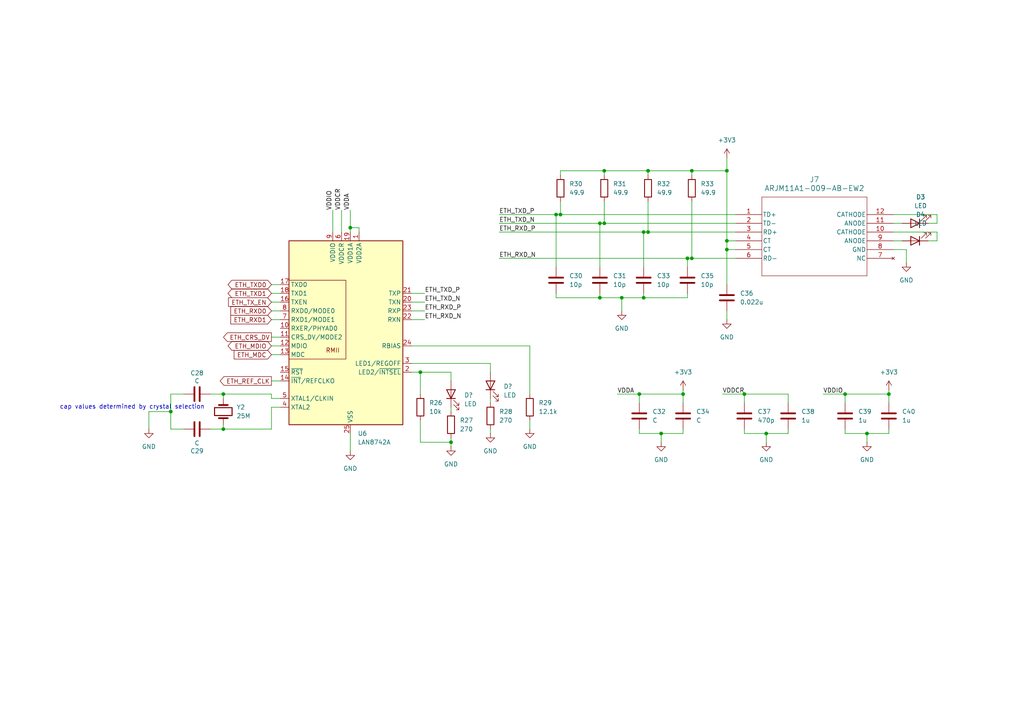
<source format=kicad_sch>
(kicad_sch (version 20250114) (generator "eeschema") (generator_version "9.0")
  (paper "A4")
  (lib_symbols
    (symbol "ARJM11A1-009-AB-EW2:ARJM11A1-009-AB-EW2" (pin_names (offset 0.254))
      (property "Reference" "J" (at 22.86 10.16 0))
      (property "Value" "ARJM11A1-009-AB-EW2" (at 22.86 7.62 0))
      (symbol "ARJM11A1-009-AB-EW2_0_1"
        (polyline (pts (xy 7.62 5.08) (xy 7.62 -17.78)) (stroke (width 0.127)))
        (polyline (pts (xy 7.62 -17.78) (xy 38.1 -17.78)) (stroke (width 0.127)))
        (polyline (pts (xy 38.1 5.08) (xy 7.62 5.08)) (stroke (width 0.127)))
        (polyline (pts (xy 38.1 -17.78) (xy 38.1 5.08)) (stroke (width 0.127)))
        (pin unspecified line (at 0 0 0) (length 7.62) (name "TD+") (number "1"))
        (pin unspecified line (at 0 -2.54 0) (length 7.62) (name "TD-") (number "2"))
        (pin unspecified line (at 0 -5.08 0) (length 7.62) (name "RD+") (number "3"))
        (pin unspecified line (at 0 -7.62 0) (length 7.62) (name "CT") (number "4"))
        (pin unspecified line (at 0 -10.16 0) (length 7.62) (name "CT") (number "5"))
        (pin unspecified line (at 0 -12.7 0) (length 7.62) (name "RD-") (number "6"))
        (pin unspecified line (at 45.72 0 180) (length 7.62) (name "CATHODE") (number "12"))
        (pin unspecified line (at 45.72 -2.54 180) (length 7.62) (name "ANODE") (number "11"))
        (pin unspecified line (at 45.72 -5.08 180) (length 7.62) (name "CATHODE") (number "10"))
        (pin unspecified line (at 45.72 -7.62 180) (length 7.62) (name "ANODE") (number "9"))
        (pin power_out line (at 45.72 -10.16 180) (length 7.62) (name "GND") (number "8"))
        (pin no_connect line (at 45.72 -12.7 180) (length 7.62) (name "NC") (number "7"))
      )
    )
    (symbol "Device:C" (pin_numbers (hide yes)) (pin_names (offset 0.254))
      (property "Reference" "C" (at 0.635 2.54 0))
      (property "Value" "C" (at 0.635 -2.54 0))
      (symbol "C_0_1"
        (polyline (pts (xy -2.032 0.762) (xy 2.032 0.762)) (stroke (width 0.508)))
        (polyline (pts (xy -2.032 -0.762) (xy 2.032 -0.762)) (stroke (width 0.508)))
      )
      (symbol "C_1_1"
        (pin passive line (at 0 3.81 270) (length 2.794) (name "~") (number "1"))
        (pin passive line (at 0 -3.81 90) (length 2.794) (name "~") (number "2"))
      )
    )
    (symbol "Device:Crystal" (pin_numbers (hide yes)) (pin_names (offset 1.016) (hide yes))
      (property "Reference" "Y" (at 0 3.81 0))
      (property "Value" "Crystal" (at 0 -3.81 0))
      (symbol "Crystal_0_1"
        (polyline (pts (xy -2.54 0) (xy -1.905 0)))
        (polyline (pts (xy -1.905 -1.27) (xy -1.905 1.27)) (stroke (width 0.508)))
        (rectangle (start -1.143 2.54) (end 1.143 -2.54) (stroke (width 0.3048)))
        (polyline (pts (xy 1.905 -1.27) (xy 1.905 1.27)) (stroke (width 0.508)))
        (polyline (pts (xy 2.54 0) (xy 1.905 0)))
      )
      (symbol "Crystal_1_1"
        (pin passive line (at -3.81 0 0) (length 1.27) (name "1") (number "1"))
        (pin passive line (at 3.81 0 180) (length 1.27) (name "2") (number "2"))
      )
    )
    (symbol "Device:LED" (pin_numbers (hide yes)) (pin_names (offset 1.016) (hide yes))
      (property "Reference" "D" (at 0 2.54 0))
      (property "Value" "LED" (at 0 -2.54 0))
      (symbol "LED_0_1"
        (polyline (pts (xy -3.048 -0.762) (xy -4.572 -2.286) (xy -3.81 -2.286) (xy -4.572 -2.286) (xy -4.572 -1.524)))
        (polyline (pts (xy -1.778 -0.762) (xy -3.302 -2.286) (xy -2.54 -2.286) (xy -3.302 -2.286) (xy -3.302 -1.524)))
        (polyline (pts (xy -1.27 0) (xy 1.27 0)))
        (polyline (pts (xy -1.27 -1.27) (xy -1.27 1.27)) (stroke (width 0.254)))
        (polyline (pts (xy 1.27 -1.27) (xy 1.27 1.27) (xy -1.27 0) (xy 1.27 -1.27)) (stroke (width 0.254)))
      )
      (symbol "LED_1_1"
        (pin passive line (at -3.81 0 0) (length 2.54) (name "K") (number "1"))
        (pin passive line (at 3.81 0 180) (length 2.54) (name "A") (number "2"))
      )
    )
    (symbol "Device:R" (pin_numbers (hide yes)) (pin_names (offset 0))
      (property "Reference" "R" (at 2.032 0 90))
      (property "Value" "R" (at 0 0 90))
      (symbol "R_0_1"
        (rectangle (start -1.016 -2.54) (end 1.016 2.54) (stroke (width 0.254)))
      )
      (symbol "R_1_1"
        (pin passive line (at 0 3.81 270) (length 1.27) (name "~") (number "1"))
        (pin passive line (at 0 -3.81 90) (length 1.27) (name "~") (number "2"))
      )
    )
    (symbol "Interface_Ethernet:LAN8742A"
      (property "Reference" "U" (at -13.97 29.21 0))
      (property "Value" "LAN8742A" (at 15.24 29.21 0))
      (symbol "LAN8742A_0_0"
        (text "RMII" (at -5.08 -3.81 0) (effects (font (size 1.27 1.27))))
      )
      (symbol "LAN8742A_0_1"
        (rectangle (start -17.78 27.94) (end 15.24 -25.4) (stroke (width 0.254)) (fill (type background)))
        (polyline (pts (xy -17.78 -6.35) (xy -1.27 -6.35) (xy -1.27 16.51) (xy -17.78 16.51)))
      )
      (symbol "LAN8742A_1_1"
        (pin input line (at -20.32 15.24 0) (length 2.54) (name "TXD0") (number "17"))
        (pin input line (at -20.32 12.7 0) (length 2.54) (name "TXD1") (number "18"))
        (pin input line (at -20.32 10.16 0) (length 2.54) (name "TXEN") (number "16"))
        (pin bidirectional line (at -20.32 7.62 0) (length 2.54) (name "RXD0/MODE0") (number "8"))
        (pin bidirectional line (at -20.32 5.08 0) (length 2.54) (name "RXD1/MODE1") (number "7"))
        (pin output line (at -20.32 2.54 0) (length 2.54) (name "RXER/PHYAD0") (number "10"))
        (pin bidirectional line (at -20.32 0 0) (length 2.54) (name "CRS_DV/MODE2") (number "11"))
        (pin bidirectional line (at -20.32 -2.54 0) (length 2.54) (name "MDIO") (number "12"))
        (pin input line (at -20.32 -5.08 0) (length 2.54) (name "MDC") (number "13"))
        (pin input line (at -20.32 -10.16 0) (length 2.54) (name "~{RST}") (number "15"))
        (pin output line (at -20.32 -12.7 0) (length 2.54) (name "~{INT}/REFCLKO") (number "14"))
        (pin input line (at -20.32 -17.78 0) (length 2.54) (name "XTAL1/CLKIN") (number "5"))
        (pin output line (at -20.32 -20.32 0) (length 2.54) (name "XTAL2") (number "4"))
        (pin power_in line (at -5.08 30.48 270) (length 2.54) (name "VDDIO") (number "9"))
        (pin power_in line (at -2.54 30.48 270) (length 2.54) (name "VDDCR") (number "6"))
        (pin power_in line (at 0 30.48 270) (length 2.54) (name "VDD1A") (number "19"))
        (pin power_in line (at 0 -27.94 90) (length 2.54) (name "VSS") (number "25"))
        (pin power_in line (at 2.54 30.48 270) (length 2.54) (name "VDD2A") (number "1"))
        (pin passive line (at 17.78 12.7 180) (length 2.54) (name "TXP") (number "21"))
        (pin passive line (at 17.78 10.16 180) (length 2.54) (name "TXN") (number "20"))
        (pin passive line (at 17.78 7.62 180) (length 2.54) (name "RXP") (number "23"))
        (pin passive line (at 17.78 5.08 180) (length 2.54) (name "RXN") (number "22"))
        (pin passive line (at 17.78 -2.54 180) (length 2.54) (name "RBIAS") (number "24"))
        (pin bidirectional line (at 17.78 -7.62 180) (length 2.54) (name "LED1/REGOFF") (number "3"))
        (pin bidirectional line (at 17.78 -10.16 180) (length 2.54) (name "LED2/~{INTSEL}") (number "2"))
      )
    )
    (symbol "power:+3V3" (power) (pin_numbers (hide yes)) (pin_names (offset 0) (hide yes))
      (property "Value" "+3V3" (at 0 3.556 0))
      (symbol "+3V3_0_1"
        (polyline (pts (xy -0.762 1.27) (xy 0 2.54)))
        (polyline (pts (xy 0 2.54) (xy 0.762 1.27)))
        (polyline (pts (xy 0 0) (xy 0 2.54)))
      )
      (symbol "+3V3_1_1"
        (pin power_in line (at 0 0 90) (length 0) (name "~") (number "1"))
      )
    )
    (symbol "power:GND" (power) (pin_numbers (hide yes)) (pin_names (offset 0) (hide yes))
      (property "Value" "GND" (at 0 -3.81 0))
      (symbol "GND_0_1"
        (polyline (pts (xy 0 0) (xy 0 -1.27) (xy 1.27 -1.27) (xy 0 -2.54) (xy -1.27 -1.27) (xy 0 -1.27)))
      )
      (symbol "GND_1_1"
        (pin power_in line (at 0 0 270) (length 0) (name "~") (number "1"))
      )
    )
  )
  (text "cap values determined by crystal selection\n" (at 38.354 118.11 0) (effects (font (size 1.27 1.27))))
  (junction (at 173.99 86.36))
  (junction (at 210.82 72.39))
  (junction (at 162.56 62.23))
  (junction (at 200.66 49.53))
  (junction (at 64.77 124.46))
  (junction (at 215.9 114.3))
  (junction (at 185.42 114.3))
  (junction (at 251.46 125.73))
  (junction (at 191.77 125.73))
  (junction (at 173.99 64.77))
  (junction (at 199.39 74.93))
  (junction (at 200.66 74.93))
  (junction (at 198.12 114.3))
  (junction (at 210.82 69.85))
  (junction (at 187.96 49.53))
  (junction (at 49.53 119.38))
  (junction (at 245.11 114.3))
  (junction (at 175.26 64.77))
  (junction (at 257.81 114.3))
  (junction (at 161.29 62.23))
  (junction (at 186.69 86.36))
  (junction (at 64.77 114.3))
  (junction (at 186.69 67.31))
  (junction (at 101.6 66.04))
  (junction (at 175.26 49.53))
  (junction (at 121.92 107.95))
  (junction (at 210.82 49.53))
  (junction (at 222.25 125.73))
  (junction (at 180.34 86.36))
  (junction (at 187.96 67.31))
  (junction (at 130.81 128.27))
  (wire (pts (xy 257.81 124.46) (xy 257.81 125.73)))
  (wire (pts (xy 180.34 90.17) (xy 180.34 86.36)))
  (wire (pts (xy 173.99 64.77) (xy 175.26 64.77)))
  (wire (pts (xy 144.78 64.77) (xy 173.99 64.77)))
  (wire (pts (xy 187.96 67.31) (xy 213.36 67.31)))
  (wire (pts (xy 179.07 114.3) (xy 185.42 114.3)))
  (wire (pts (xy 161.29 86.36) (xy 173.99 86.36)))
  (wire (pts (xy 142.24 115.57) (xy 142.24 116.84)))
  (wire (pts (xy 142.24 124.46) (xy 142.24 125.73)))
  (wire (pts (xy 251.46 125.73) (xy 251.46 128.27)))
  (wire (pts (xy 187.96 50.8) (xy 187.96 49.53)))
  (wire (pts (xy 210.82 45.72) (xy 210.82 49.53)))
  (wire (pts (xy 144.78 67.31) (xy 186.69 67.31)))
  (wire (pts (xy 60.96 124.46) (xy 64.77 124.46)))
  (wire (pts (xy 199.39 74.93) (xy 199.39 77.47)))
  (wire (pts (xy 123.19 90.17) (xy 119.38 90.17)))
  (wire (pts (xy 123.19 85.09) (xy 119.38 85.09)))
  (wire (pts (xy 121.92 128.27) (xy 130.81 128.27)))
  (wire (pts (xy 78.74 92.71) (xy 81.28 92.71)))
  (wire (pts (xy 119.38 107.95) (xy 121.92 107.95)))
  (wire (pts (xy 121.92 107.95) (xy 121.92 114.3)))
  (wire (pts (xy 238.76 114.3) (xy 245.11 114.3)))
  (wire (pts (xy 78.74 110.49) (xy 81.28 110.49)))
  (wire (pts (xy 210.82 69.85) (xy 210.82 72.39)))
  (wire (pts (xy 186.69 86.36) (xy 199.39 86.36)))
  (wire (pts (xy 53.34 114.3) (xy 49.53 114.3)))
  (wire (pts (xy 161.29 62.23) (xy 162.56 62.23)))
  (wire (pts (xy 185.42 114.3) (xy 185.42 116.84)))
  (wire (pts (xy 200.66 50.8) (xy 200.66 49.53)))
  (wire (pts (xy 119.38 105.41) (xy 142.24 105.41)))
  (wire (pts (xy 64.77 124.46) (xy 64.77 123.19)))
  (wire (pts (xy 213.36 69.85) (xy 210.82 69.85)))
  (wire (pts (xy 101.6 60.96) (xy 101.6 66.04)))
  (wire (pts (xy 162.56 58.42) (xy 162.56 62.23)))
  (wire (pts (xy 130.81 127) (xy 130.81 128.27)))
  (wire (pts (xy 222.25 125.73) (xy 228.6 125.73)))
  (wire (pts (xy 191.77 125.73) (xy 191.77 128.27)))
  (wire (pts (xy 245.11 114.3) (xy 257.81 114.3)))
  (wire (pts (xy 215.9 114.3) (xy 215.9 116.84)))
  (wire (pts (xy 130.81 107.95) (xy 130.81 110.49)))
  (wire (pts (xy 257.81 113.03) (xy 257.81 114.3)))
  (wire (pts (xy 78.74 87.63) (xy 81.28 87.63)))
  (wire (pts (xy 199.39 74.93) (xy 200.66 74.93)))
  (wire (pts (xy 130.81 118.11) (xy 130.81 119.38)))
  (wire (pts (xy 245.11 125.73) (xy 251.46 125.73)))
  (wire (pts (xy 101.6 125.73) (xy 101.6 130.81)))
  (wire (pts (xy 259.08 72.39) (xy 262.89 72.39)))
  (wire (pts (xy 271.78 64.77) (xy 271.78 62.23)))
  (wire (pts (xy 198.12 116.84) (xy 198.12 114.3)))
  (wire (pts (xy 144.78 62.23) (xy 161.29 62.23)))
  (wire (pts (xy 78.74 124.46) (xy 64.77 124.46)))
  (wire (pts (xy 119.38 100.33) (xy 153.67 100.33)))
  (wire (pts (xy 215.9 125.73) (xy 222.25 125.73)))
  (wire (pts (xy 99.06 60.96) (xy 99.06 67.31)))
  (wire (pts (xy 104.14 67.31) (xy 104.14 66.04)))
  (wire (pts (xy 153.67 100.33) (xy 153.67 114.3)))
  (wire (pts (xy 162.56 50.8) (xy 162.56 49.53)))
  (wire (pts (xy 259.08 62.23) (xy 271.78 62.23)))
  (wire (pts (xy 142.24 105.41) (xy 142.24 107.95)))
  (wire (pts (xy 173.99 85.09) (xy 173.99 86.36)))
  (wire (pts (xy 153.67 121.92) (xy 153.67 124.46)))
  (wire (pts (xy 123.19 92.71) (xy 119.38 92.71)))
  (wire (pts (xy 245.11 124.46) (xy 245.11 125.73)))
  (wire (pts (xy 43.18 119.38) (xy 49.53 119.38)))
  (wire (pts (xy 162.56 49.53) (xy 175.26 49.53)))
  (wire (pts (xy 180.34 86.36) (xy 186.69 86.36)))
  (wire (pts (xy 43.18 119.38) (xy 43.18 124.46)))
  (wire (pts (xy 257.81 114.3) (xy 257.81 116.84)))
  (wire (pts (xy 101.6 66.04) (xy 101.6 67.31)))
  (wire (pts (xy 49.53 114.3) (xy 49.53 119.38)))
  (wire (pts (xy 81.28 118.11) (xy 78.74 118.11)))
  (wire (pts (xy 213.36 72.39) (xy 210.82 72.39)))
  (wire (pts (xy 78.74 115.57) (xy 78.74 114.3)))
  (wire (pts (xy 78.74 100.33) (xy 81.28 100.33)))
  (wire (pts (xy 49.53 124.46) (xy 53.34 124.46)))
  (wire (pts (xy 210.82 72.39) (xy 210.82 82.55)))
  (wire (pts (xy 228.6 114.3) (xy 215.9 114.3)))
  (wire (pts (xy 259.08 64.77) (xy 261.62 64.77)))
  (wire (pts (xy 78.74 102.87) (xy 81.28 102.87)))
  (wire (pts (xy 96.52 60.96) (xy 96.52 67.31)))
  (wire (pts (xy 245.11 114.3) (xy 245.11 116.84)))
  (wire (pts (xy 259.08 67.31) (xy 271.78 67.31)))
  (wire (pts (xy 198.12 125.73) (xy 198.12 124.46)))
  (wire (pts (xy 186.69 85.09) (xy 186.69 86.36)))
  (wire (pts (xy 200.66 74.93) (xy 213.36 74.93)))
  (wire (pts (xy 104.14 66.04) (xy 101.6 66.04)))
  (wire (pts (xy 78.74 90.17) (xy 81.28 90.17)))
  (wire (pts (xy 81.28 115.57) (xy 78.74 115.57)))
  (wire (pts (xy 78.74 114.3) (xy 64.77 114.3)))
  (wire (pts (xy 78.74 97.79) (xy 81.28 97.79)))
  (wire (pts (xy 185.42 125.73) (xy 185.42 124.46)))
  (wire (pts (xy 198.12 113.03) (xy 198.12 114.3)))
  (wire (pts (xy 210.82 69.85) (xy 210.82 49.53)))
  (wire (pts (xy 185.42 125.73) (xy 191.77 125.73)))
  (wire (pts (xy 185.42 114.3) (xy 198.12 114.3)))
  (wire (pts (xy 49.53 119.38) (xy 49.53 124.46)))
  (wire (pts (xy 175.26 58.42) (xy 175.26 64.77)))
  (wire (pts (xy 228.6 125.73) (xy 228.6 124.46)))
  (wire (pts (xy 144.78 74.93) (xy 199.39 74.93)))
  (wire (pts (xy 161.29 85.09) (xy 161.29 86.36)))
  (wire (pts (xy 121.92 107.95) (xy 130.81 107.95)))
  (wire (pts (xy 78.74 118.11) (xy 78.74 124.46)))
  (wire (pts (xy 175.26 49.53) (xy 187.96 49.53)))
  (wire (pts (xy 121.92 121.92) (xy 121.92 128.27)))
  (wire (pts (xy 186.69 67.31) (xy 186.69 77.47)))
  (wire (pts (xy 187.96 49.53) (xy 200.66 49.53)))
  (wire (pts (xy 210.82 90.17) (xy 210.82 92.71)))
  (wire (pts (xy 173.99 64.77) (xy 173.99 77.47)))
  (wire (pts (xy 123.19 87.63) (xy 119.38 87.63)))
  (wire (pts (xy 209.55 114.3) (xy 215.9 114.3)))
  (wire (pts (xy 199.39 86.36) (xy 199.39 85.09)))
  (wire (pts (xy 222.25 125.73) (xy 222.25 128.27)))
  (wire (pts (xy 186.69 67.31) (xy 187.96 67.31)))
  (wire (pts (xy 262.89 72.39) (xy 262.89 76.2)))
  (wire (pts (xy 175.26 64.77) (xy 213.36 64.77)))
  (wire (pts (xy 175.26 49.53) (xy 175.26 50.8)))
  (wire (pts (xy 215.9 125.73) (xy 215.9 124.46)))
  (wire (pts (xy 271.78 69.85) (xy 269.24 69.85)))
  (wire (pts (xy 191.77 125.73) (xy 198.12 125.73)))
  (wire (pts (xy 162.56 62.23) (xy 213.36 62.23)))
  (wire (pts (xy 161.29 62.23) (xy 161.29 77.47)))
  (wire (pts (xy 259.08 69.85) (xy 261.62 69.85)))
  (wire (pts (xy 200.66 49.53) (xy 210.82 49.53)))
  (wire (pts (xy 228.6 116.84) (xy 228.6 114.3)))
  (wire (pts (xy 78.74 82.55) (xy 81.28 82.55)))
  (wire (pts (xy 200.66 58.42) (xy 200.66 74.93)))
  (wire (pts (xy 130.81 129.54) (xy 130.81 128.27)))
  (wire (pts (xy 187.96 58.42) (xy 187.96 67.31)))
  (wire (pts (xy 60.96 114.3) (xy 64.77 114.3)))
  (wire (pts (xy 64.77 114.3) (xy 64.77 115.57)))
  (wire (pts (xy 251.46 125.73) (xy 257.81 125.73)))
  (wire (pts (xy 78.74 85.09) (xy 81.28 85.09)))
  (wire (pts (xy 271.78 64.77) (xy 269.24 64.77)))
  (wire (pts (xy 173.99 86.36) (xy 180.34 86.36)))
  (wire (pts (xy 271.78 67.31) (xy 271.78 69.85)))
  (label "ETH_RXD_N" (at 123.19 92.71 0))
  (label "VDDCR" (at 209.55 114.3 0))
  (label "ETH_TXD_N" (at 123.19 87.63 0))
  (label "ETH_TXD_N" (at 144.78 64.77 0))
  (label "VDDA" (at 101.6 60.96 90))
  (label "VDDIO" (at 96.52 60.96 90))
  (label "VDDCR" (at 99.06 60.96 90))
  (label "ETH_RXD_P" (at 144.78 67.31 0))
  (label "ETH_RXD_N" (at 144.78 74.93 0))
  (label "ETH_TXD_P" (at 144.78 62.23 0))
  (label "VDDIO" (at 238.76 114.3 0))
  (label "ETH_RXD_P" (at 123.19 90.17 0))
  (label "ETH_TXD_P" (at 123.19 85.09 0))
  (label "VDDA" (at 179.07 114.3 0))
  (global_label "ETH_TXD0" (shape bidirectional) (at 78.74 82.55 180) (property "Intersheetrefs" "${INTERSHEET_REFS}" (effects (hide yes))))
  (global_label "ETH_TXD1" (shape bidirectional) (at 78.74 85.09 180) (property "Intersheetrefs" "${INTERSHEET_REFS}" (effects (hide yes))))
  (global_label "ETH_TX_EN" (shape input) (at 78.74 87.63 180) (property "Intersheetrefs" "${INTERSHEET_REFS}" (effects (hide yes))))
  (global_label "ETH_MDC" (shape input) (at 78.74 102.87 180) (property "Intersheetrefs" "${INTERSHEET_REFS}" (effects (hide yes))))
  (global_label "ETH_CRS_DV" (shape output) (at 78.74 97.79 180) (property "Intersheetrefs" "${INTERSHEET_REFS}" (effects (hide yes))))
  (global_label "ETH_RXD1" (shape input) (at 78.74 92.71 180) (property "Intersheetrefs" "${INTERSHEET_REFS}" (effects (hide yes))))
  (global_label "ETH_MDIO" (shape bidirectional) (at 78.74 100.33 180) (property "Intersheetrefs" "${INTERSHEET_REFS}" (effects (hide yes))))
  (global_label "ETH_RXD0" (shape input) (at 78.74 90.17 180) (property "Intersheetrefs" "${INTERSHEET_REFS}" (effects (hide yes))))
  (global_label "ETH_REF_CLK" (shape output) (at 78.74 110.49 180) (property "Intersheetrefs" "${INTERSHEET_REFS}" (effects (hide yes))))
  (symbol (lib_id "Interface_Ethernet:LAN8742A") (at 101.6 97.79 0) (unit 1)
    (property "Reference" "U6" (at 103.7433 125.73 0) (effects (justify left)))
    (property "Value" "LAN8742A" (at 103.7433 128.27 0) (effects (justify left)))
    (property "Footprint" "Package_DFN_QFN:VQFN-24-1EP_4x4mm_P0.5mm_EP2.5x2.5mm_ThermalVias" (effects (hide yes)))
    (property "Datasheet" "http://ww1.microchip.com/downloads/en/DeviceDoc/8742a.pdf" (effects (hide yes)))
    (property "Description" "LAN8720 Ethernet PHY with RMII interface, QFN-24" (effects (hide yes)))
  )
  (symbol (lib_id "power:+3V3") (at 210.82 45.72 0) (unit 1)
    (property "Reference" "#PWR051" (effects (hide yes)))
    (property "Value" "+3V3" (at 210.82 40.64 0))
    (property "Description" "Power symbol creates a global label with name \"+3V3\"" (effects (hide yes)))
  )
  (symbol (lib_id "Device:C") (at 161.29 81.28 0) (unit 1)
    (property "Reference" "C30" (at 165.1 80.0099 0) (effects (justify left)))
    (property "Value" "10p" (at 165.1 82.5499 0) (effects (justify left)))
    (property "Description" "Unpolarized capacitor" (effects (hide yes)))
  )
  (symbol (lib_id "Device:LED") (at 130.81 114.3 90) (unit 1)
    (property "Reference" "D?" (at 134.62 114.6174 90) (effects (justify right)))
    (property "Value" "LED" (at 134.62 117.1574 90) (effects (justify right)))
    (property "Description" "Light emitting diode" (effects (hide yes)))
    (property "Sim.Pins" "1=K 2=A" (effects (hide yes)))
  )
  (symbol (lib_id "Device:LED") (at 142.24 111.76 90) (unit 1)
    (property "Reference" "D?" (at 146.05 112.0774 90) (effects (justify right)))
    (property "Value" "LED" (at 146.05 114.6174 90) (effects (justify right)))
    (property "Description" "Light emitting diode" (effects (hide yes)))
    (property "Sim.Pins" "1=K 2=A" (effects (hide yes)))
  )
  (symbol (lib_id "Device:C") (at 210.82 86.36 0) (unit 1)
    (property "Reference" "C36" (at 214.63 85.0899 0) (effects (justify left)))
    (property "Value" "0.022u" (at 214.63 87.6299 0) (effects (justify left)))
    (property "Description" "Unpolarized capacitor" (effects (hide yes)))
  )
  (symbol (lib_id "Device:Crystal") (at 64.77 119.38 90) (unit 1)
    (property "Reference" "Y2" (at 68.58 118.1099 90) (effects (justify right)))
    (property "Value" "25M" (at 68.58 120.6499 90) (effects (justify right)))
    (property "Description" "Two pin crystal" (effects (hide yes)))
  )
  (symbol (lib_id "Device:LED") (at 265.43 64.77 180) (unit 1)
    (property "Reference" "D3" (at 267.0175 57.15 0))
    (property "Value" "LED" (at 267.0175 59.69 0))
    (property "Description" "Light emitting diode" (effects (hide yes)))
    (property "Sim.Pins" "1=K 2=A" (effects (hide yes)))
  )
  (symbol (lib_id "Device:C") (at 199.39 81.28 0) (unit 1)
    (property "Reference" "C35" (at 203.2 80.0099 0) (effects (justify left)))
    (property "Value" "10p" (at 203.2 82.5499 0) (effects (justify left)))
    (property "Description" "Unpolarized capacitor" (effects (hide yes)))
  )
  (symbol (lib_id "Device:C") (at 173.99 81.28 0) (unit 1)
    (property "Reference" "C31" (at 177.8 80.0099 0) (effects (justify left)))
    (property "Value" "10p" (at 177.8 82.5499 0) (effects (justify left)))
    (property "Description" "Unpolarized capacitor" (effects (hide yes)))
  )
  (symbol (lib_id "Device:R") (at 175.26 54.61 0) (unit 1)
    (property "Reference" "R31" (at 177.8 53.3399 0) (effects (justify left)))
    (property "Value" "49.9" (at 177.8 55.8799 0) (effects (justify left)))
    (property "Description" "Resistor" (effects (hide yes)))
  )
  (symbol (lib_id "Device:C") (at 186.69 81.28 0) (unit 1)
    (property "Reference" "C33" (at 190.5 80.0099 0) (effects (justify left)))
    (property "Value" "10p" (at 190.5 82.5499 0) (effects (justify left)))
    (property "Description" "Unpolarized capacitor" (effects (hide yes)))
  )
  (symbol (lib_id "Device:R") (at 142.24 120.65 0) (unit 1)
    (property "Reference" "R28" (at 144.78 119.3799 0) (effects (justify left)))
    (property "Value" "270" (at 144.78 121.9199 0) (effects (justify left)))
    (property "Description" "Resistor" (effects (hide yes)))
  )
  (symbol (lib_id "power:GND") (at 251.46 128.27 0) (unit 1)
    (property "Reference" "#PWR054" (effects (hide yes)))
    (property "Value" "GND" (at 251.46 133.35 0))
    (property "Description" "Power symbol creates a global label with name \"GND\" , ground" (effects (hide yes)))
  )
  (symbol (lib_id "Device:C") (at 215.9 120.65 0) (unit 1)
    (property "Reference" "C37" (at 219.71 119.3799 0) (effects (justify left)))
    (property "Value" "470p" (at 219.71 121.9199 0) (effects (justify left)))
    (property "Description" "Unpolarized capacitor" (effects (hide yes)))
  )
  (symbol (lib_id "power:GND") (at 101.6 130.81 0) (unit 1)
    (property "Reference" "#PWR044" (effects (hide yes)))
    (property "Value" "GND" (at 101.6 135.89 0))
    (property "Description" "Power symbol creates a global label with name \"GND\" , ground" (effects (hide yes)))
  )
  (symbol (lib_id "Device:R") (at 162.56 54.61 0) (unit 1)
    (property "Reference" "R30" (at 165.1 53.3399 0) (effects (justify left)))
    (property "Value" "49.9" (at 165.1 55.8799 0) (effects (justify left)))
    (property "Description" "Resistor" (effects (hide yes)))
  )
  (symbol (lib_id "power:+3V3") (at 257.81 113.03 0) (unit 1)
    (property "Reference" "#PWR055" (effects (hide yes)))
    (property "Value" "+3V3" (at 257.81 107.95 0))
    (property "Description" "Power symbol creates a global label with name \"+3V3\"" (effects (hide yes)))
  )
  (symbol (lib_id "Device:C") (at 198.12 120.65 0) (unit 1)
    (property "Reference" "C34" (at 201.93 119.3799 0) (effects (justify left)))
    (property "Value" "C" (at 201.93 121.9199 0) (effects (justify left)))
    (property "Description" "Unpolarized capacitor" (effects (hide yes)))
  )
  (symbol (lib_id "Device:C") (at 257.81 120.65 0) (unit 1)
    (property "Reference" "C40" (at 261.62 119.3799 0) (effects (justify left)))
    (property "Value" "1u" (at 261.62 121.9199 0) (effects (justify left)))
    (property "Description" "Unpolarized capacitor" (effects (hide yes)))
  )
  (symbol (lib_id "Device:C") (at 57.15 124.46 90) (unit 1)
    (property "Reference" "C29" (at 57.15 130.81 90))
    (property "Value" "C" (at 57.15 128.524 90))
    (property "Description" "Unpolarized capacitor" (effects (hide yes)))
  )
  (symbol (lib_id "Device:C") (at 245.11 120.65 0) (unit 1)
    (property "Reference" "C39" (at 248.92 119.3799 0) (effects (justify left)))
    (property "Value" "1u" (at 248.92 121.9199 0) (effects (justify left)))
    (property "Description" "Unpolarized capacitor" (effects (hide yes)))
  )
  (symbol (lib_id "power:GND") (at 142.24 125.73 0) (unit 1)
    (property "Reference" "#PWR046" (effects (hide yes)))
    (property "Value" "GND" (at 142.24 130.81 0))
    (property "Description" "Power symbol creates a global label with name \"GND\" , ground" (effects (hide yes)))
  )
  (symbol (lib_id "Device:R") (at 130.81 123.19 0) (unit 1)
    (property "Reference" "R27" (at 133.35 121.9199 0) (effects (justify left)))
    (property "Value" "270" (at 133.35 124.4599 0) (effects (justify left)))
    (property "Description" "Resistor" (effects (hide yes)))
  )
  (symbol (lib_id "Device:C") (at 228.6 120.65 0) (unit 1)
    (property "Reference" "C38" (at 232.41 119.3799 0) (effects (justify left)))
    (property "Value" "1u" (at 232.41 121.9199 0) (effects (justify left)))
    (property "Description" "Unpolarized capacitor" (effects (hide yes)))
  )
  (symbol (lib_id "Device:R") (at 187.96 54.61 0) (unit 1)
    (property "Reference" "R32" (at 190.5 53.3399 0) (effects (justify left)))
    (property "Value" "49.9" (at 190.5 55.8799 0) (effects (justify left)))
    (property "Description" "Resistor" (effects (hide yes)))
  )
  (symbol (lib_id "Device:C") (at 185.42 120.65 0) (unit 1)
    (property "Reference" "C32" (at 189.23 119.3799 0) (effects (justify left)))
    (property "Value" "C" (at 189.23 121.9199 0) (effects (justify left)))
    (property "Description" "Unpolarized capacitor" (effects (hide yes)))
  )
  (symbol (lib_id "power:GND") (at 262.89 76.2 0) (unit 1)
    (property "Reference" "#PWR056" (effects (hide yes)))
    (property "Value" "GND" (at 262.89 81.28 0))
    (property "Description" "Power symbol creates a global label with name \"GND\" , ground" (effects (hide yes)))
  )
  (symbol (lib_id "Device:R") (at 200.66 54.61 0) (unit 1)
    (property "Reference" "R33" (at 203.2 53.3399 0) (effects (justify left)))
    (property "Value" "49.9" (at 203.2 55.8799 0) (effects (justify left)))
    (property "Description" "Resistor" (effects (hide yes)))
  )
  (symbol (lib_id "power:GND") (at 130.81 129.54 0) (unit 1)
    (property "Reference" "#PWR045" (effects (hide yes)))
    (property "Value" "GND" (at 130.81 134.62 0))
    (property "Description" "Power symbol creates a global label with name \"GND\" , ground" (effects (hide yes)))
  )
  (symbol (lib_id "power:+3V3") (at 198.12 113.03 0) (unit 1)
    (property "Reference" "#PWR050" (effects (hide yes)))
    (property "Value" "+3V3" (at 198.12 107.95 0))
    (property "Description" "Power symbol creates a global label with name \"+3V3\"" (effects (hide yes)))
  )
  (symbol (lib_id "power:GND") (at 210.82 92.71 0) (unit 1)
    (property "Reference" "#PWR052" (effects (hide yes)))
    (property "Value" "GND" (at 210.82 97.79 0))
    (property "Description" "Power symbol creates a global label with name \"GND\" , ground" (effects (hide yes)))
  )
  (symbol (lib_id "power:GND") (at 222.25 128.27 0) (unit 1)
    (property "Reference" "#PWR053" (effects (hide yes)))
    (property "Value" "GND" (at 222.25 133.35 0))
    (property "Description" "Power symbol creates a global label with name \"GND\" , ground" (effects (hide yes)))
  )
  (symbol (lib_id "Device:C") (at 57.15 114.3 90) (unit 1)
    (property "Reference" "C28" (at 57.15 108.204 90))
    (property "Value" "C" (at 57.15 110.49 90))
    (property "Description" "Unpolarized capacitor" (effects (hide yes)))
  )
  (symbol (lib_id "power:GND") (at 191.77 128.27 0) (unit 1)
    (property "Reference" "#PWR049" (effects (hide yes)))
    (property "Value" "GND" (at 191.77 133.35 0))
    (property "Description" "Power symbol creates a global label with name \"GND\" , ground" (effects (hide yes)))
  )
  (symbol (lib_id "Device:R") (at 121.92 118.11 0) (unit 1)
    (property "Reference" "R26" (at 124.46 116.8399 0) (effects (justify left)))
    (property "Value" "10k" (at 124.46 119.3799 0) (effects (justify left)))
    (property "Description" "Resistor" (effects (hide yes)))
  )
  (symbol (lib_id "Device:R") (at 153.67 118.11 0) (unit 1)
    (property "Reference" "R29" (at 156.21 116.8399 0) (effects (justify left)))
    (property "Value" "12.1k" (at 156.21 119.3799 0) (effects (justify left)))
    (property "Description" "Resistor" (effects (hide yes)))
  )
  (symbol (lib_id "power:GND") (at 43.18 124.46 0) (unit 1)
    (property "Reference" "#PWR043" (effects (hide yes)))
    (property "Value" "GND" (at 43.18 129.54 0))
    (property "Description" "Power symbol creates a global label with name \"GND\" , ground" (effects (hide yes)))
  )
  (symbol (lib_id "power:GND") (at 153.67 124.46 0) (unit 1)
    (property "Reference" "#PWR047" (effects (hide yes)))
    (property "Value" "GND" (at 153.67 129.54 0))
    (property "Description" "Power symbol creates a global label with name \"GND\" , ground" (effects (hide yes)))
  )
  (symbol (lib_id "Device:LED") (at 265.43 69.85 180) (unit 1)
    (property "Reference" "D4" (at 267.0175 62.23 0))
    (property "Value" "LED" (at 267.0175 64.77 0))
    (property "Description" "Light emitting diode" (effects (hide yes)))
    (property "Sim.Pins" "1=K 2=A" (effects (hide yes)))
  )
  (symbol (lib_id "power:GND") (at 180.34 90.17 0) (unit 1)
    (property "Reference" "#PWR048" (effects (hide yes)))
    (property "Value" "GND" (at 180.34 95.25 0))
    (property "Description" "Power symbol creates a global label with name \"GND\" , ground" (effects (hide yes)))
  )
  (symbol (lib_id "ARJM11A1-009-AB-EW2:ARJM11A1-009-AB-EW2") (at 213.36 62.23 0) (unit 1)
    (property "Reference" "J7" (at 236.22 52.07 0) (effects (font (size 1.524 1.524))))
    (property "Value" "ARJM11A1-009-AB-EW2" (at 236.22 54.61 0) (effects (font (size 1.524 1.524))))
    (property "Datasheet" "ARJM11A1-009-AB-EW2" (effects (hide yes)))
  )
)
</source>
